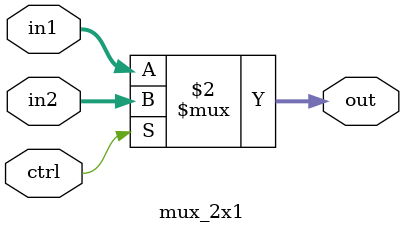
<source format=v>
`timescale 1ns / 1ps


module mux_2x1(
    input ctrl,
    input [63:0] in1, in2,
    output [63:0] out
    );

assign out = ctrl == 0 ? in1 : in2;

endmodule

</source>
